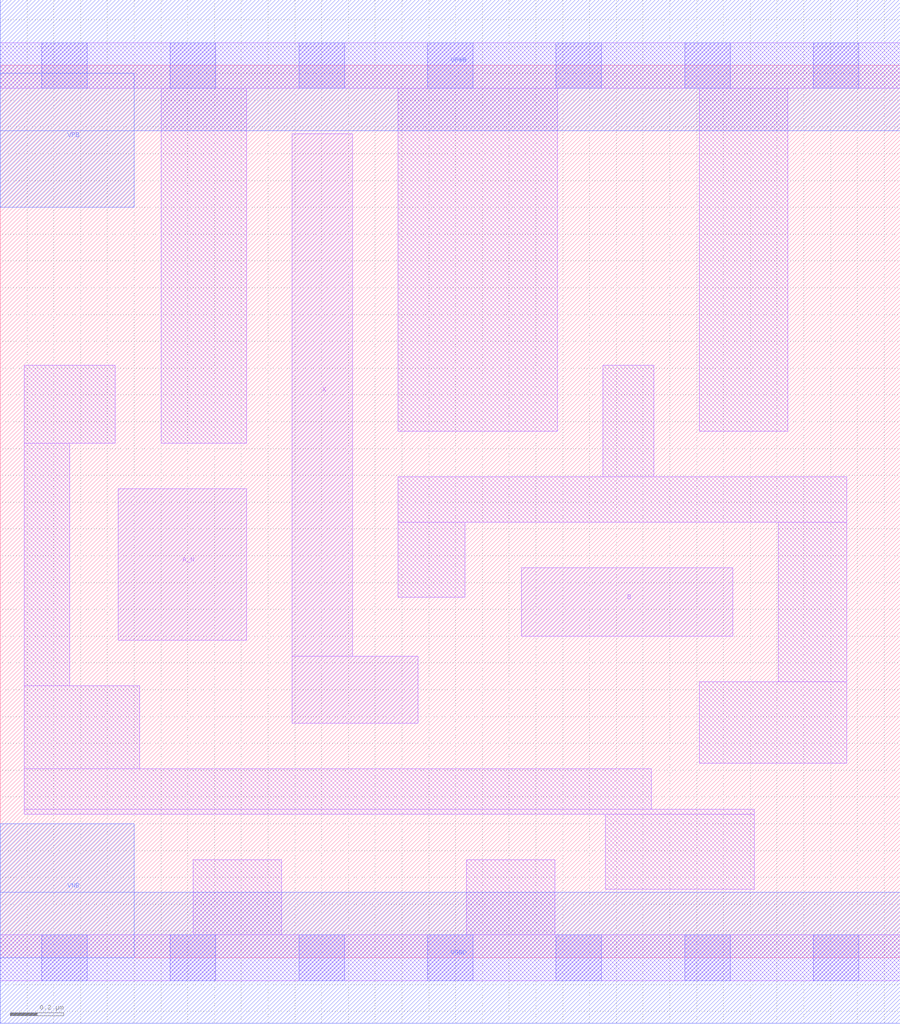
<source format=lef>
# Copyright 2020 The SkyWater PDK Authors
#
# Licensed under the Apache License, Version 2.0 (the "License");
# you may not use this file except in compliance with the License.
# You may obtain a copy of the License at
#
#     https://www.apache.org/licenses/LICENSE-2.0
#
# Unless required by applicable law or agreed to in writing, software
# distributed under the License is distributed on an "AS IS" BASIS,
# WITHOUT WARRANTIES OR CONDITIONS OF ANY KIND, either express or implied.
# See the License for the specific language governing permissions and
# limitations under the License.
#
# SPDX-License-Identifier: Apache-2.0

VERSION 5.5 ;
NAMESCASESENSITIVE ON ;
BUSBITCHARS "[]" ;
DIVIDERCHAR "/" ;
MACRO sky130_fd_sc_lp__and2b_2
  CLASS CORE ;
  SOURCE USER ;
  ORIGIN  0.000000  0.000000 ;
  SIZE  3.360000 BY  3.330000 ;
  SYMMETRY X Y R90 ;
  SITE unit ;
  PIN A_N
    ANTENNAGATEAREA  0.126000 ;
    DIRECTION INPUT ;
    USE SIGNAL ;
    PORT
      LAYER li1 ;
        RECT 0.440000 1.185000 0.920000 1.750000 ;
    END
  END A_N
  PIN B
    ANTENNAGATEAREA  0.126000 ;
    DIRECTION INPUT ;
    USE SIGNAL ;
    PORT
      LAYER li1 ;
        RECT 1.945000 1.200000 2.735000 1.455000 ;
    END
  END B
  PIN X
    ANTENNADIFFAREA  0.588000 ;
    DIRECTION OUTPUT ;
    USE SIGNAL ;
    PORT
      LAYER li1 ;
        RECT 1.090000 0.875000 1.560000 1.125000 ;
        RECT 1.090000 1.125000 1.315000 3.075000 ;
    END
  END X
  PIN VGND
    DIRECTION INOUT ;
    USE GROUND ;
    PORT
      LAYER met1 ;
        RECT 0.000000 -0.245000 3.360000 0.245000 ;
    END
  END VGND
  PIN VNB
    DIRECTION INOUT ;
    USE GROUND ;
    PORT
    END
  END VNB
  PIN VPB
    DIRECTION INOUT ;
    USE POWER ;
    PORT
    END
  END VPB
  PIN VNB
    DIRECTION INOUT ;
    USE GROUND ;
    PORT
      LAYER met1 ;
        RECT 0.000000 0.000000 0.500000 0.500000 ;
    END
  END VNB
  PIN VPB
    DIRECTION INOUT ;
    USE POWER ;
    PORT
      LAYER met1 ;
        RECT 0.000000 2.800000 0.500000 3.300000 ;
    END
  END VPB
  PIN VPWR
    DIRECTION INOUT ;
    USE POWER ;
    PORT
      LAYER met1 ;
        RECT 0.000000 3.085000 3.360000 3.575000 ;
    END
  END VPWR
  OBS
    LAYER li1 ;
      RECT 0.000000 -0.085000 3.360000 0.085000 ;
      RECT 0.000000  3.245000 3.360000 3.415000 ;
      RECT 0.090000  0.535000 2.815000 0.555000 ;
      RECT 0.090000  0.555000 2.430000 0.705000 ;
      RECT 0.090000  0.705000 0.520000 1.015000 ;
      RECT 0.090000  1.015000 0.260000 1.920000 ;
      RECT 0.090000  1.920000 0.430000 2.210000 ;
      RECT 0.600000  1.920000 0.920000 3.245000 ;
      RECT 0.720000  0.085000 1.050000 0.365000 ;
      RECT 1.485000  1.345000 1.735000 1.625000 ;
      RECT 1.485000  1.625000 3.160000 1.795000 ;
      RECT 1.485000  1.965000 2.080000 3.245000 ;
      RECT 1.740000  0.085000 2.070000 0.365000 ;
      RECT 2.250000  1.795000 2.440000 2.210000 ;
      RECT 2.260000  0.255000 2.815000 0.535000 ;
      RECT 2.610000  0.725000 3.160000 1.030000 ;
      RECT 2.610000  1.965000 2.940000 3.245000 ;
      RECT 2.905000  1.030000 3.160000 1.625000 ;
    LAYER mcon ;
      RECT 0.155000 -0.085000 0.325000 0.085000 ;
      RECT 0.155000  3.245000 0.325000 3.415000 ;
      RECT 0.635000 -0.085000 0.805000 0.085000 ;
      RECT 0.635000  3.245000 0.805000 3.415000 ;
      RECT 1.115000 -0.085000 1.285000 0.085000 ;
      RECT 1.115000  3.245000 1.285000 3.415000 ;
      RECT 1.595000 -0.085000 1.765000 0.085000 ;
      RECT 1.595000  3.245000 1.765000 3.415000 ;
      RECT 2.075000 -0.085000 2.245000 0.085000 ;
      RECT 2.075000  3.245000 2.245000 3.415000 ;
      RECT 2.555000 -0.085000 2.725000 0.085000 ;
      RECT 2.555000  3.245000 2.725000 3.415000 ;
      RECT 3.035000 -0.085000 3.205000 0.085000 ;
      RECT 3.035000  3.245000 3.205000 3.415000 ;
  END
END sky130_fd_sc_lp__and2b_2
END LIBRARY

</source>
